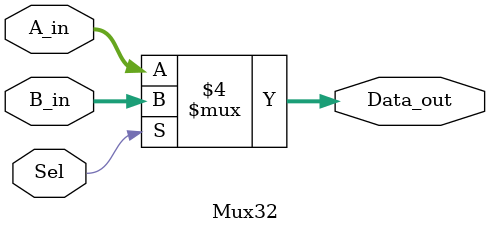
<source format=v>
`timescale 1ns / 1ps
module Mux32(
input [31:0] A_in,
input [31:0] B_in,
input Sel,
output reg [31:0]Data_out 
    );
//
//Write your code below
//
always@(Sel)
begin
	if(!Sel)
		Data_out= A_in;
	else
		Data_out= B_in;
end

endmodule

</source>
